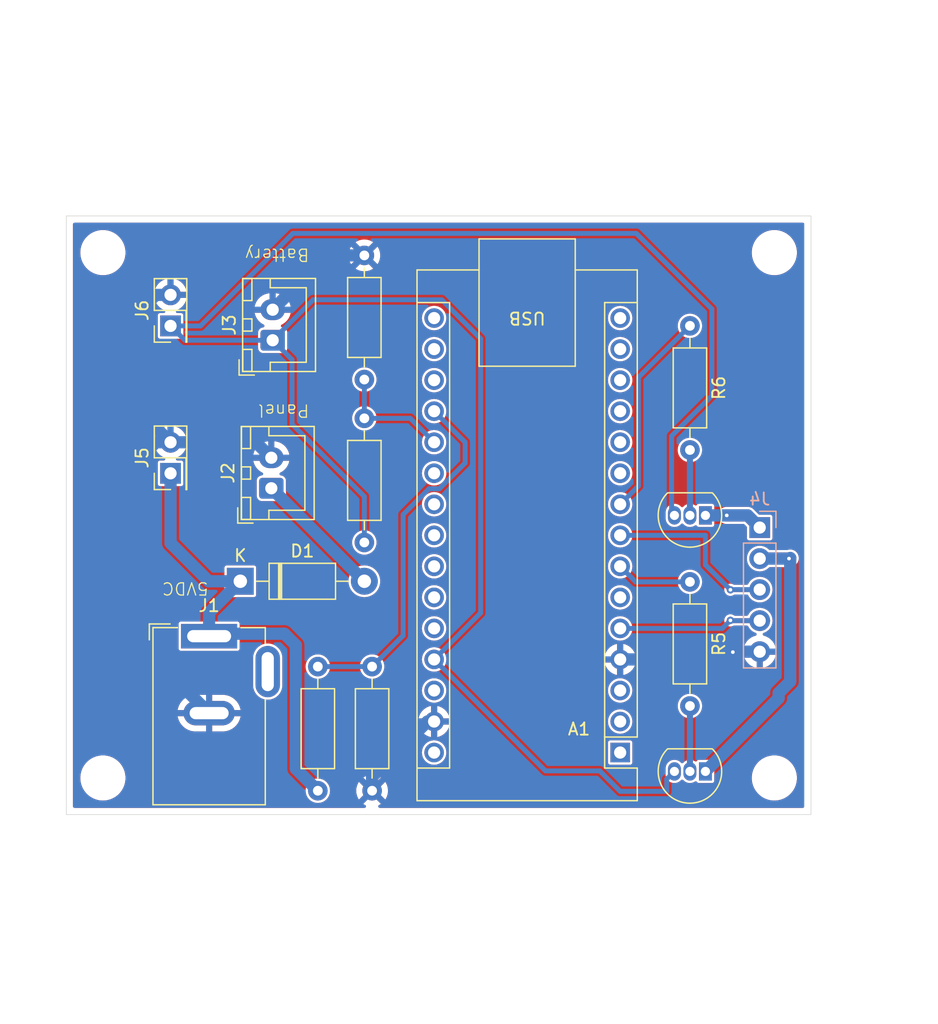
<source format=kicad_pcb>
(kicad_pcb (version 20240108) (generator "pcbnew") (generator_version "8.0")
  (layers (0 "F.Cu" signal) (31 "B.Cu" signal) (34 "B.Paste" user) (35 "F.Paste" user) (36 "B.SilkS" user "B.Silkscreen") (37 "F.SilkS" user "F.Silkscreen") (38 "B.Mask" user) (39 "F.Mask" user) (44 "Edge.Cuts" user))
  (net 0 "")
  (net 1 "+BATT")
  (net 3 "-BATT")
  (net 7 "/CHARGING_PIN")
  (net 11 "/CHARGING_LED_PIN")
  (net 17 "/BAT_PIN")
  (net 19 "/HIGH_LED_PIN")
  (net 23 "/BUTTON_PIN")
  (net 25 "/LOW_LED_PIN")
  (net 30 "+VDC")
  (net 31 "/SOLAR_IN")
  (net 32 "/HIGH_LED_OUT+")
  (net 33 "/LOW_LED_OUT")
  (net 34 "Net-(Q1-B)")
  (net 35 "Net-(Q2-B)")
  (footprint "Connector_PinHeader_2.54mm:PinHeader_2x01_P2.54mm_Vertical" (layer "F.Cu") (at 135.285 79.46 90)
    (property "Reference" "J5" (at 1.27 -2.33 90) (layer "F.SilkS"))
    (property "Value" "Conn_01x02")
    (fp_line (start 3.87 -1.33) (end 3.87 1.33) (stroke (width 0.12)) (layer "F.SilkS"))
    (fp_line (start 1.27 -1.33) (end 3.87 -1.33) (stroke (width 0.12)) (layer "F.SilkS"))
    (fp_line (start -1.33 -1.33) (end 0 -1.33) (stroke (width 0.12)) (layer "F.SilkS"))
    (fp_line (start -1.33 0) (end -1.33 -1.33) (stroke (width 0.12)) (layer "F.SilkS"))
    (fp_line (start 1.27 1.27) (end 1.27 -1.33) (stroke (width 0.12)) (layer "F.SilkS"))
    (fp_line (start -1.33 1.27) (end 1.27 1.27) (stroke (width 0.12)) (layer "F.SilkS"))
    (fp_line (start -1.33 1.27) (end -1.33 1.33) (stroke (width 0.12)) (layer "F.SilkS"))
    (fp_line (start -1.33 1.33) (end 3.87 1.33) (stroke (width 0.12)) (layer "F.SilkS"))
    (pad "1" thru_hole rect (at 0 0 90) (size 1.7 1.7) (drill 1) (layers "*.Cu" "*.Mask") (net 30 "+VDC"))
    (pad "2" thru_hole oval (at 2.54 0 90) (size 1.7 1.7) (drill 1) (layers "*.Cu" "*.Mask") (net 3 "-BATT"))
  )
  (footprint "Connector_PinHeader_2.54mm:PinHeader_2x01_P2.54mm_Vertical" (layer "F.Cu") (at 135.285 67.395 90)
    (property "Reference" "J6" (at 1.27 -2.33 90) (layer "F.SilkS"))
    (property "Value" "Conn_01x02")
    (fp_line (start 3.87 -1.33) (end 3.87 1.33) (stroke (width 0.12)) (layer "F.SilkS"))
    (fp_line (start 1.27 -1.33) (end 3.87 -1.33) (stroke (width 0.12)) (layer "F.SilkS"))
    (fp_line (start -1.33 -1.33) (end 0 -1.33) (stroke (width 0.12)) (layer "F.SilkS"))
    (fp_line (start -1.33 0) (end -1.33 -1.33) (stroke (width 0.12)) (layer "F.SilkS"))
    (fp_line (start 1.27 1.27) (end 1.27 -1.33) (stroke (width 0.12)) (layer "F.SilkS"))
    (fp_line (start -1.33 1.27) (end 1.27 1.27) (stroke (width 0.12)) (layer "F.SilkS"))
    (fp_line (start -1.33 1.27) (end -1.33 1.33) (stroke (width 0.12)) (layer "F.SilkS"))
    (fp_line (start -1.33 1.33) (end 3.87 1.33) (stroke (width 0.12)) (layer "F.SilkS"))
    (pad "1" thru_hole rect (at 0 0 90) (size 1.7 1.7) (drill 1) (layers "*.Cu" "*.Mask") (net 1 "+BATT"))
    (pad "2" thru_hole oval (at 2.54 0 90) (size 1.7 1.7) (drill 1) (layers "*.Cu" "*.Mask") (net 3 "-BATT"))
  )
  (footprint "Resistor_THT:R_Axial_DIN0207_L6.3mm_D2.5mm_P10.16mm_Horizontal" (layer "F.Cu") (at 147.35 105.44 90)
    (property "Reference" "R1" (hide yes))
    (property "Value" "50k")
    (fp_line (start 8.35 -1.37) (end 1.81 -1.37) (stroke (width 0.12)) (layer "F.SilkS"))
    (fp_line (start 1.81 -1.37) (end 1.81 1.37) (stroke (width 0.12)) (layer "F.SilkS"))
    (fp_line (start 9.12 0) (end 8.35 0) (stroke (width 0.12)) (layer "F.SilkS"))
    (fp_line (start 1.04 0) (end 1.81 0) (stroke (width 0.12)) (layer "F.SilkS"))
    (fp_line (start 8.35 1.37) (end 8.35 -1.37) (stroke (width 0.12)) (layer "F.SilkS"))
    (fp_line (start 1.81 1.37) (end 8.35 1.37) (stroke (width 0.12)) (layer "F.SilkS"))
    (pad "1" thru_hole circle (at 0 0 90) (size 1.6 1.6) (drill 0.8) (layers "*.Cu" "*.Mask") (net 30 "+VDC"))
    (pad "2" thru_hole oval (at 10.16 0 90) (size 1.6 1.6) (drill 0.8) (layers "*.Cu" "*.Mask") (net 7 "/CHARGING_PIN"))
  )
  (footprint "Resistor_THT:R_Axial_DIN0207_L6.3mm_D2.5mm_P10.16mm_Horizontal" (layer "F.Cu") (at 151.16 61.625 -90)
    (property "Reference" "R4" (hide yes))
    (property "Value" "10k")
    (fp_line (start 1.81 1.37) (end 8.35 1.37) (stroke (width 0.12)) (layer "F.SilkS"))
    (fp_line (start 8.35 1.37) (end 8.35 -1.37) (stroke (width 0.12)) (layer "F.SilkS"))
    (fp_line (start 1.04 0) (end 1.81 0) (stroke (width 0.12)) (layer "F.SilkS"))
    (fp_line (start 9.12 0) (end 8.35 0) (stroke (width 0.12)) (layer "F.SilkS"))
    (fp_line (start 1.81 -1.37) (end 1.81 1.37) (stroke (width 0.12)) (layer "F.SilkS"))
    (fp_line (start 8.35 -1.37) (end 1.81 -1.37) (stroke (width 0.12)) (layer "F.SilkS"))
    (pad "1" thru_hole circle (at 0 0 270) (size 1.6 1.6) (drill 0.8) (layers "*.Cu" "*.Mask") (net 3 "-BATT"))
    (pad "2" thru_hole oval (at 10.16 0 270) (size 1.6 1.6) (drill 0.8) (layers "*.Cu" "*.Mask") (net 17 "/BAT_PIN"))
  )
  (footprint "Resistor_THT:R_Axial_DIN0207_L6.3mm_D2.5mm_P10.16mm_Horizontal" (layer "F.Cu") (at 151.795 105.44 90)
    (property "Reference" "R2" (hide yes))
    (property "Value" "10k")
    (fp_line (start 8.35 -1.37) (end 1.81 -1.37) (stroke (width 0.12)) (layer "F.SilkS"))
    (fp_line (start 1.81 -1.37) (end 1.81 1.37) (stroke (width 0.12)) (layer "F.SilkS"))
    (fp_line (start 9.12 0) (end 8.35 0) (stroke (width 0.12)) (layer "F.SilkS"))
    (fp_line (start 1.04 0) (end 1.81 0) (stroke (width 0.12)) (layer "F.SilkS"))
    (fp_line (start 8.35 1.37) (end 8.35 -1.37) (stroke (width 0.12)) (layer "F.SilkS"))
    (fp_line (start 1.81 1.37) (end 8.35 1.37) (stroke (width 0.12)) (layer "F.SilkS"))
    (pad "1" thru_hole circle (at 0 0 90) (size 1.6 1.6) (drill 0.8) (layers "*.Cu" "*.Mask") (net 3 "-BATT"))
    (pad "2" thru_hole oval (at 10.16 0 90) (size 1.6 1.6) (drill 0.8) (layers "*.Cu" "*.Mask") (net 7 "/CHARGING_PIN"))
  )
  (footprint "MountingHole:MountingHole_3.2mm_M3_ISO14580" (layer "F.Cu") (at 129.745 104.395 90)
    (property "Reference" "REF**" (hide yes))
    (property "Value" "MountingHole_3.2mm_M3_ISO14580")
    (pad "" np_thru_hole circle (at 0 0 90) (size 3.2 3.2) (drill 3.2) (layers "*.Cu" "*.Mask"))
  )
  (footprint "Module:Arduino_Nano" (layer "F.Cu") (at 172.115 102.315 180)
    (property "Reference" "A1" (at 3.37 1.92 0) (layer "F.SilkS"))
    (property "Value" "Arduino_Nano_v3.x")
    (fp_line (start 16.64 39.5) (end 16.64 -3.94) (stroke (width 0.12)) (layer "F.SilkS"))
    (fp_line (start 16.64 39.5) (end 11.56 39.5) (stroke (width 0.12)) (layer "F.SilkS"))
    (fp_line (start 16.64 -3.94) (end -1.4 -3.94) (stroke (width 0.12)) (layer "F.SilkS"))
    (fp_line (start 13.97 36.83) (end 16.64 36.83) (stroke (width 0.12)) (layer "F.SilkS"))
    (fp_line (start 13.97 -1.27) (end 16.64 -1.27) (stroke (width 0.12)) (layer "F.SilkS"))
    (fp_line (start 13.97 -1.27) (end 13.97 36.83) (stroke (width 0.12)) (layer "F.SilkS"))
    (fp_line (start 11.56 42.04) (end 3.68 42.04) (stroke (width 0.12)) (layer "F.SilkS"))
    (fp_line (start 11.56 31.62) (end 11.56 42.04) (stroke (width 0.12)) (layer "F.SilkS"))
    (fp_line (start 3.68 42.04) (end 3.68 31.62) (stroke (width 0.12)) (layer "F.SilkS"))
    (fp_line (start 3.68 31.62) (end 11.56 31.62) (stroke (width 0.12)) (layer "F.SilkS"))
    (fp_line (start 1.27 36.83) (end -1.4 36.83) (stroke (width 0.12)) (layer "F.SilkS"))
    (fp_line (start 1.27 1.27) (end 1.27 36.83) (stroke (width 0.12)) (layer "F.SilkS"))
    (fp_line (start 1.27 1.27) (end 1.27 -1.27) (stroke (width 0.12)) (layer "F.SilkS"))
    (fp_line (start 1.27 1.27) (end -1.4 1.27) (stroke (width 0.12)) (layer "F.SilkS"))
    (fp_line (start 1.27 -1.27) (end -1.4 -1.27) (stroke (width 0.12)) (layer "F.SilkS"))
    (fp_line (start -1.4 39.5) (end 3.68 39.5) (stroke (width 0.12)) (layer "F.SilkS"))
    (fp_line (start -1.4 1.27) (end -1.4 39.5) (stroke (width 0.12)) (layer "F.SilkS"))
    (fp_line (start -1.4 -3.94) (end -1.4 -1.27) (stroke (width 0.12)) (layer "F.SilkS"))
    (fp_text user "USB" (at 7.62 35.56 180) (layer "F.SilkS"))
    (pad "1" thru_hole rect (at 0 0 180) (size 1.6 1.6) (drill 1) (layers "*.Cu" "*.Mask"))
    (pad "2" thru_hole oval (at 0 2.54 180) (size 1.6 1.6) (drill 1) (layers "*.Cu" "*.Mask"))
    (pad "3" thru_hole oval (at 0 5.08 180) (size 1.6 1.6) (drill 1) (layers "*.Cu" "*.Mask"))
    (pad "4" thru_hole oval (at 0 7.62 180) (size 1.6 1.6) (drill 1) (layers "*.Cu" "*.Mask") (net 3 "-BATT"))
    (pad "5" thru_hole oval (at 0 10.16 180) (size 1.6 1.6) (drill 1) (layers "*.Cu" "*.Mask") (net 23 "/BUTTON_PIN"))
    (pad "6" thru_hole oval (at 0 12.7 180) (size 1.6 1.6) (drill 1) (layers "*.Cu" "*.Mask"))
    (pad "7" thru_hole oval (at 0 15.24 180) (size 1.6 1.6) (drill 1) (layers "*.Cu" "*.Mask") (net 25 "/LOW_LED_PIN"))
    (pad "8" thru_hole oval (at 0 17.78 180) (size 1.6 1.6) (drill 1) (layers "*.Cu" "*.Mask") (net 11 "/CHARGING_LED_PIN"))
    (pad "9" thru_hole oval (at 0 20.32 180) (size 1.6 1.6) (drill 1) (layers "*.Cu" "*.Mask") (net 19 "/HIGH_LED_PIN"))
    (pad "10" thru_hole oval (at 0 22.86 180) (size 1.6 1.6) (drill 1) (layers "*.Cu" "*.Mask"))
    (pad "11" thru_hole oval (at 0 25.4 180) (size 1.6 1.6) (drill 1) (layers "*.Cu" "*.Mask"))
    (pad "12" thru_hole oval (at 0 27.94 180) (size 1.6 1.6) (drill 1) (layers "*.Cu" "*.Mask"))
    (pad "13" thru_hole oval (at 0 30.48 180) (size 1.6 1.6) (drill 1) (layers "*.Cu" "*.Mask"))
    (pad "14" thru_hole oval (at 0 33.02 180) (size 1.6 1.6) (drill 1) (layers "*.Cu" "*.Mask"))
    (pad "15" thru_hole oval (at 0 35.56 180) (size 1.6 1.6) (drill 1) (layers "*.Cu" "*.Mask"))
    (pad "16" thru_hole oval (at 15.24 35.56 180) (size 1.6 1.6) (drill 1) (layers "*.Cu" "*.Mask"))
    (pad "17" thru_hole oval (at 15.24 33.02 180) (size 1.6 1.6) (drill 1) (layers "*.Cu" "*.Mask"))
    (pad "18" thru_hole oval (at 15.24 30.48 180) (size 1.6 1.6) (drill 1) (layers "*.Cu" "*.Mask"))
    (pad "19" thru_hole oval (at 15.24 27.94 180) (size 1.6 1.6) (drill 1) (layers "*.Cu" "*.Mask") (net 7 "/CHARGING_PIN"))
    (pad "20" thru_hole oval (at 15.24 25.4 180) (size 1.6 1.6) (drill 1) (layers "*.Cu" "*.Mask") (net 17 "/BAT_PIN"))
    (pad "21" thru_hole oval (at 15.24 22.86 180) (size 1.6 1.6) (drill 1) (layers "*.Cu" "*.Mask"))
    (pad "22" thru_hole oval (at 15.24 20.32 180) (size 1.6 1.6) (drill 1) (layers "*.Cu" "*.Mask"))
    (pad "23" thru_hole oval (at 15.24 17.78 180) (size 1.6 1.6) (drill 1) (layers "*.Cu" "*.Mask"))
    (pad "24" thru_hole oval (at 15.24 15.24 180) (size 1.6 1.6) (drill 1) (layers "*.Cu" "*.Mask"))
    (pad "25" thru_hole oval (at 15.24 12.7 180) (size 1.6 1.6) (drill 1) (layers "*.Cu" "*.Mask"))
    (pad "26" thru_hole oval (at 15.24 10.16 180) (size 1.6 1.6) (drill 1) (layers "*.Cu" "*.Mask"))
    (pad "27" thru_hole oval (at 15.24 7.62 180) (size 1.6 1.6) (drill 1) (layers "*.Cu" "*.Mask") (net 1 "+BATT"))
    (pad "28" thru_hole oval (at 15.24 5.08 180) (size 1.6 1.6) (drill 1) (layers "*.Cu" "*.Mask"))
    (pad "29" thru_hole oval (at 15.24 2.54 180) (size 1.6 1.6) (drill 1) (layers "*.Cu" "*.Mask") (net 3 "-BATT"))
    (pad "30" thru_hole oval (at 15.24 0 180) (size 1.6 1.6) (drill 1) (layers "*.Cu" "*.Mask"))
  )
  (footprint "MountingHole:MountingHole_3.2mm_M3_ISO14580" (layer "F.Cu") (at 184.745 61.395 90)
    (property "Reference" "REF**" (hide yes))
    (property "Value" "MountingHole_3.2mm_M3_ISO14580")
    (pad "" np_thru_hole circle (at 0 0 90) (size 3.2 3.2) (drill 3.2) (layers "*.Cu" "*.Mask"))
  )
  (footprint "Resistor_THT:R_Axial_DIN0207_L6.3mm_D2.5mm_P10.16mm_Horizontal" (layer "F.Cu") (at 177.83 67.39 -90)
    (property "Reference" "R6" (at 5.08 -2.37 90) (layer "F.SilkS"))
    (property "Value" "10k")
    (fp_line (start 1.81 1.37) (end 8.35 1.37) (stroke (width 0.12)) (layer "F.SilkS"))
    (fp_line (start 8.35 1.37) (end 8.35 -1.37) (stroke (width 0.12)) (layer "F.SilkS"))
    (fp_line (start 1.04 0) (end 1.81 0) (stroke (width 0.12)) (layer "F.SilkS"))
    (fp_line (start 9.12 0) (end 8.35 0) (stroke (width 0.12)) (layer "F.SilkS"))
    (fp_line (start 1.81 -1.37) (end 1.81 1.37) (stroke (width 0.12)) (layer "F.SilkS"))
    (fp_line (start 8.35 -1.37) (end 1.81 -1.37) (stroke (width 0.12)) (layer "F.SilkS"))
    (pad "1" thru_hole circle (at 0 0 270) (size 1.6 1.6) (drill 0.8) (layers "*.Cu" "*.Mask") (net 19 "/HIGH_LED_PIN"))
    (pad "2" thru_hole oval (at 10.16 0 270) (size 1.6 1.6) (drill 0.8) (layers "*.Cu" "*.Mask") (net 35 "Net-(Q2-B)"))
  )
  (footprint "Connector_BarrelJack:BarrelJack_GCT_DCJ200-10-A_Horizontal" (layer "F.Cu") (at 138.445 92.79)
    (property "Reference" "J1" (at 0 -2.5 0) (layer "F.SilkS"))
    (property "Value" "Jack-DC")
    (fp_line (start -4.9 -1) (end -4.9 0.3) (stroke (width 0.12)) (layer "F.SilkS"))
    (fp_line (start -4.6 -0.7) (end -2.6 -0.7) (stroke (width 0.12)) (layer "F.SilkS"))
    (fp_line (start -4.6 13.8) (end -4.6 -0.7) (stroke (width 0.12)) (layer "F.SilkS"))
    (fp_line (start -3.2 -1) (end -4.9 -1) (stroke (width 0.12)) (layer "F.SilkS"))
    (fp_line (start 2.6 -0.7) (end 4.6 -0.7) (stroke (width 0.12)) (layer "F.SilkS"))
    (fp_line (start 4.6 -0.7) (end 4.6 0.6) (stroke (width 0.12)) (layer "F.SilkS"))
    (fp_line (start 4.6 5.2) (end 4.6 13.8) (stroke (width 0.12)) (layer "F.SilkS"))
    (fp_line (start 4.6 13.8) (end -4.6 13.8) (stroke (width 0.12)) (layer "F.SilkS"))
    (pad "1" thru_hole rect (at 0 0) (size 4.6 2) (drill oval 3.6 1) (layers "*.Cu" "*.Mask") (net 30 "+VDC"))
    (pad "2" thru_hole oval (at 0 6.3) (size 4.2 2) (drill oval 3.2 1) (layers "*.Cu" "*.Mask") (net 3 "-BATT"))
    (pad "3" thru_hole oval (at 4.8 2.9) (size 2 4.2) (drill oval 1 3.2) (layers "*.Cu" "*.Mask"))
  )
  (footprint "Package_TO_SOT_THT:TO-92_Inline" (layer "F.Cu") (at 179.1 82.905 180)
    (property "Reference" "Q2" (hide yes))
    (property "Value" "2N3904")
    (fp_line (start -0.53 1.85) (end 3.07 1.85) (stroke (width 0.12)) (layer "F.SilkS"))
    (fp_arc (start 1.27 -2.6) (mid 3.672087 -0.994977) (end 3.108478 1.838478) (stroke (width 0.12)) (layer "F.SilkS"))
    (fp_arc (start -0.568478 1.838478) (mid -1.132087 -0.994977) (end 1.27 -2.6) (stroke (width 0.12)) (layer "F.SilkS"))
    (pad "1" thru_hole rect (at 0 0 180) (size 1.05 1.5) (drill 0.75) (layers "*.Cu" "*.Mask") (net 33 "/LOW_LED_OUT"))
    (pad "2" thru_hole oval (at 1.27 0 180) (size 1.05 1.5) (drill 0.75) (layers "*.Cu" "*.Mask") (net 35 "Net-(Q2-B)"))
    (pad "3" thru_hole oval (at 2.54 0 180) (size 1.05 1.5) (drill 0.75) (layers "*.Cu" "*.Mask") (net 1 "+BATT"))
  )
  (footprint "MountingHole:MountingHole_3.2mm_M3_ISO14580" (layer "F.Cu") (at 184.745 104.395 90)
    (property "Reference" "REF**" (hide yes))
    (property "Value" "MountingHole_3.2mm_M3_ISO14580")
    (pad "" np_thru_hole circle (at 0 0 90) (size 3.2 3.2) (drill 3.2) (layers "*.Cu" "*.Mask"))
  )
  (footprint "Connector_JST:JST_XH_B2B-XH-A_1x02_P2.50mm_Vertical" (layer "F.Cu") (at 143.65 68.57 90)
    (property "Reference" "J3" (at 1.25 -3.55 90) (layer "F.SilkS"))
    (property "Value" "Conn_01x02_Pin" (hide yes))
    (fp_line (start -1.6 -2.75) (end -2.85 -2.75) (stroke (width 0.12)) (layer "F.SilkS"))
    (fp_line (start -2.85 -2.75) (end -2.85 -1.5) (stroke (width 0.12)) (layer "F.SilkS"))
    (fp_line (start 5.06 -2.46) (end -2.56 -2.46) (stroke (width 0.12)) (layer "F.SilkS"))
    (fp_line (start -2.56 -2.46) (end -2.56 3.51) (stroke (width 0.12)) (layer "F.SilkS"))
    (fp_line (start 5.05 -2.45) (end 3.25 -2.45) (stroke (width 0.12)) (layer "F.SilkS"))
    (fp_line (start 3.25 -2.45) (end 3.25 -1.7) (stroke (width 0.12)) (layer "F.SilkS"))
    (fp_line (start 1.75 -2.45) (end 0.75 -2.45) (stroke (width 0.12)) (layer "F.SilkS"))
    (fp_line (start 0.75 -2.45) (end 0.75 -1.7) (stroke (width 0.12)) (layer "F.SilkS"))
    (fp_line (start -0.75 -2.45) (end -2.55 -2.45) (stroke (width 0.12)) (layer "F.SilkS"))
    (fp_line (start -2.55 -2.45) (end -2.55 -1.7) (stroke (width 0.12)) (layer "F.SilkS"))
    (fp_line (start 5.05 -1.7) (end 5.05 -2.45) (stroke (width 0.12)) (layer "F.SilkS"))
    (fp_line (start 3.25 -1.7) (end 5.05 -1.7) (stroke (width 0.12)) (layer "F.SilkS"))
    (fp_line (start 1.75 -1.7) (end 1.75 -2.45) (stroke (width 0.12)) (layer "F.SilkS"))
    (fp_line (start 0.75 -1.7) (end 1.75 -1.7) (stroke (width 0.12)) (layer "F.SilkS"))
    (fp_line (start -0.75 -1.7) (end -0.75 -2.45) (stroke (width 0.12)) (layer "F.SilkS"))
    (fp_line (start -2.55 -1.7) (end -0.75 -1.7) (stroke (width 0.12)) (layer "F.SilkS"))
    (fp_line (start 5.05 -0.2) (end 4.3 -0.2) (stroke (width 0.12)) (layer "F.SilkS"))
    (fp_line (start 4.3 -0.2) (end 4.3 2.75) (stroke (width 0.12)) (layer "F.SilkS"))
    (fp_line (start -1.8 -0.2) (end -1.8 2.75) (stroke (width 0.12)) (layer "F.SilkS"))
    (fp_line (start -2.55 -0.2) (end -1.8 -0.2) (stroke (width 0.12)) (layer "F.SilkS"))
    (fp_line (start 4.3 2.75) (end 1.25 2.75) (stroke (width 0.12)) (layer "F.SilkS"))
    (fp_line (start -1.8 2.75) (end 1.25 2.75) (stroke (width 0.12)) (layer "F.SilkS"))
    (fp_line (start 5.06 3.51) (end 5.06 -2.46) (stroke (width 0.12)) (layer "F.SilkS"))
    (fp_line (start -2.56 3.51) (end 5.06 3.51) (stroke (width 0.12)) (layer "F.SilkS"))
    (pad "1" thru_hole roundrect (at 0 0 90) (size 1.7 2) (drill 1) (layers "*.Cu" "*.Mask") (roundrect_rratio 0.147059) (net 1 "+BATT"))
    (pad "2" thru_hole oval (at 2.5 0 90) (size 1.7 2) (drill 1) (layers "*.Cu" "*.Mask") (net 3 "-BATT"))
  )
  (footprint "Connector_JST:JST_XH_B2B-XH-A_1x02_P2.50mm_Vertical" (layer "F.Cu") (at 143.54 80.685 90)
    (property "Reference" "J2" (at 1.25 -3.55 90) (layer "F.SilkS"))
    (property "Value" "Conn_01x02_Pin" (hide yes))
    (fp_line (start -1.6 -2.75) (end -2.85 -2.75) (stroke (width 0.12)) (layer "F.SilkS"))
    (fp_line (start -2.85 -2.75) (end -2.85 -1.5) (stroke (width 0.12)) (layer "F.SilkS"))
    (fp_line (start 5.06 -2.46) (end -2.56 -2.46) (stroke (width 0.12)) (layer "F.SilkS"))
    (fp_line (start -2.56 -2.46) (end -2.56 3.51) (stroke (width 0.12)) (layer "F.SilkS"))
    (fp_line (start 5.05 -2.45) (end 3.25 -2.45) (stroke (width 0.12)) (layer "F.SilkS"))
    (fp_line (start 3.25 -2.45) (end 3.25 -1.7) (stroke (width 0.12)) (layer "F.SilkS"))
    (fp_line (start 1.75 -2.45) (end 0.75 -2.45) (stroke (width 0.12)) (layer "F.SilkS"))
    (fp_line (start 0.75 -2.45) (end 0.75 -1.7) (stroke (width 0.12)) (layer "F.SilkS"))
    (fp_line (start -0.75 -2.45) (end -2.55 -2.45) (stroke (width 0.12)) (layer "F.SilkS"))
    (fp_line (start -2.55 -2.45) (end -2.55 -1.7) (stroke (width 0.12)) (layer "F.SilkS"))
    (fp_line (start 5.05 -1.7) (end 5.05 -2.45) (stroke (width 0.12)) (layer "F.SilkS"))
    (fp_line (start 3.25 -1.7) (end 5.05 -1.7) (stroke (width 0.12)) (layer "F.SilkS"))
    (fp_line (start 1.75 -1.7) (end 1.75 -2.45) (stroke (width 0.12)) (layer "F.SilkS"))
    (fp_line (start 0.75 -1.7) (end 1.75 -1.7) (stroke (width 0.12)) (layer "F.SilkS"))
    (fp_line (start -0.75 -1.7) (end -0.75 -2.45) (stroke (width 0.12)) (layer "F.SilkS"))
    (fp_line (start -2.55 -1.7) (end -0.75 -1.7) (stroke (width 0.12)) (layer "F.SilkS"))
    (fp_line (start 5.05 -0.2) (end 4.3 -0.2) (stroke (width 0.12)) (layer "F.SilkS"))
    (fp_line (start 4.3 -0.2) (end 4.3 2.75) (stroke (width 0.12)) (layer "F.SilkS"))
    (fp_line (start -1.8 -0.2) (end -1.8 2.75) (stroke (width 0.12)) (layer "F.SilkS"))
    (fp_line (start -2.55 -0.2) (end -1.8 -0.2) (stroke (width 0.12)) (layer "F.SilkS"))
    (fp_line (start 4.3 2.75) (end 1.25 2.75) (stroke (width 0.12)) (layer "F.SilkS"))
    (fp_line (start -1.8 2.75) (end 1.25 2.75) (stroke (width 0.12)) (layer "F.SilkS"))
    (fp_line (start 5.06 3.51) (end 5.06 -2.46) (stroke (width 0.12)) (layer "F.SilkS"))
    (fp_line (start -2.56 3.51) (end 5.06 3.51) (stroke (width 0.12)) (layer "F.SilkS"))
    (pad "1" thru_hole roundrect (at 0 0 90) (size 1.7 2) (drill 1) (layers "*.Cu" "*.Mask") (roundrect_rratio 0.147059) (net 31 "/SOLAR_IN"))
    (pad "2" thru_hole oval (at 2.5 0 90) (size 1.7 2) (drill 1) (layers "*.Cu" "*.Mask") (net 3 "-BATT"))
  )
  (footprint "Resistor_THT:R_Axial_DIN0207_L6.3mm_D2.5mm_P10.16mm_Horizontal" (layer "F.Cu") (at 151.16 85.12 90)
    (property "Reference" "R3" (hide yes))
    (property "Value" "50k")
    (fp_line (start 8.35 -1.37) (end 1.81 -1.37) (stroke (width 0.12)) (layer "F.SilkS"))
    (fp_line (start 1.81 -1.37) (end 1.81 1.37) (stroke (width 0.12)) (layer "F.SilkS"))
    (fp_line (start 9.12 0) (end 8.35 0) (stroke (width 0.12)) (layer "F.SilkS"))
    (fp_line (start 1.04 0) (end 1.81 0) (stroke (width 0.12)) (layer "F.SilkS"))
    (fp_line (start 8.35 1.37) (end 8.35 -1.37) (stroke (width 0.12)) (layer "F.SilkS"))
    (fp_line (start 1.81 1.37) (end 8.35 1.37) (stroke (width 0.12)) (layer "F.SilkS"))
    (pad "1" thru_hole circle (at 0 0 90) (size 1.6 1.6) (drill 0.8) (layers "*.Cu" "*.Mask") (net 1 "+BATT"))
    (pad "2" thru_hole oval (at 10.16 0 90) (size 1.6 1.6) (drill 0.8) (layers "*.Cu" "*.Mask") (net 17 "/BAT_PIN"))
  )
  (footprint "Diode_THT:D_DO-41_SOD81_P10.16mm_Horizontal" (layer "F.Cu") (at 141 88.295)
    (property "Reference" "D1" (at 5.08 -2.47 0) (layer "F.SilkS"))
    (property "Value" "1N4007")
    (fp_line (start 1.34 0) (end 2.36 0) (stroke (width 0.12)) (layer "F.SilkS"))
    (fp_line (start 2.36 -1.47) (end 2.36 1.47) (stroke (width 0.12)) (layer "F.SilkS"))
    (fp_line (start 2.36 1.47) (end 7.8 1.47) (stroke (width 0.12)) (layer "F.SilkS"))
    (fp_line (start 3.14 -1.47) (end 3.14 1.47) (stroke (width 0.12)) (layer "F.SilkS"))
    (fp_line (start 3.26 -1.47) (end 3.26 1.47) (stroke (width 0.12)) (layer "F.SilkS"))
    (fp_line (start 3.38 -1.47) (end 3.38 1.47) (stroke (width 0.12)) (layer "F.SilkS"))
    (fp_line (start 7.8 -1.47) (end 2.36 -1.47) (stroke (width 0.12)) (layer "F.SilkS"))
    (fp_line (start 7.8 1.47) (end 7.8 -1.47) (stroke (width 0.12)) (layer "F.SilkS"))
    (fp_line (start 8.82 0) (end 7.8 0) (stroke (width 0.12)) (layer "F.SilkS"))
    (fp_text user "K" (at 0 -2.1 0) (layer "F.SilkS"))
    (pad "1" thru_hole rect (at 0 0) (size 2.2 2.2) (drill 1.1) (layers "*.Cu" "*.Mask") (net 30 "+VDC"))
    (pad "2" thru_hole oval (at 10.16 0) (size 2.2 2.2) (drill 1.1) (layers "*.Cu" "*.Mask") (net 31 "/SOLAR_IN"))
  )
  (footprint "Resistor_THT:R_Axial_DIN0207_L6.3mm_D2.5mm_P10.16mm_Horizontal" (layer "F.Cu") (at 177.83 88.345 -90)
    (property "Reference" "R5" (at 5.08 -2.37 90) (layer "F.SilkS"))
    (property "Value" "10k")
    (fp_line (start 1.81 1.37) (end 8.35 1.37) (stroke (width 0.12)) (layer "F.SilkS"))
    (fp_line (start 8.35 1.37) (end 8.35 -1.37) (stroke (width 0.12)) (layer "F.SilkS"))
    (fp_line (start 1.04 0) (end 1.81 0) (stroke (width 0.12)) (layer "F.SilkS"))
    (fp_line (start 9.12 0) (end 8.35 0) (stroke (width 0.12)) (layer "F.SilkS"))
    (fp_line (start 1.81 -1.37) (end 1.81 1.37) (stroke (width 0.12)) (layer "F.SilkS"))
    (fp_line (start 8.35 -1.37) (end 1.81 -1.37) (stroke (width 0.12)) (layer "F.SilkS"))
    (pad "1" thru_hole circle (at 0 0 270) (size 1.6 1.6) (drill 0.8) (layers "*.Cu" "*.Mask") (net 25 "/LOW_LED_PIN"))
    (pad "2" thru_hole oval (at 10.16 0 270) (size 1.6 1.6) (drill 0.8) (layers "*.Cu" "*.Mask") (net 34 "Net-(Q1-B)"))
  )
  (footprint "Package_TO_SOT_THT:TO-92_Inline" (layer "F.Cu") (at 179.1 103.86 180)
    (property "Reference" "Q1" (hide yes))
    (property "Value" "2N3904")
    (fp_line (start -0.53 1.85) (end 3.07 1.85) (stroke (width 0.12)) (layer "F.SilkS"))
    (fp_arc (start 1.27 -2.6) (mid 3.672087 -0.994977) (end 3.108478 1.838478) (stroke (width 0.12)) (layer "F.SilkS"))
    (fp_arc (start -0.568478 1.838478) (mid -1.132087 -0.994977) (end 1.27 -2.6) (stroke (width 0.12)) (layer "F.SilkS"))
    (pad "1" thru_hole rect (at 0 0 180) (size 1.05 1.5) (drill 0.75) (layers "*.Cu" "*.Mask") (net 32 "/HIGH_LED_OUT+"))
    (pad "2" thru_hole oval (at 1.27 0 180) (size 1.05 1.5) (drill 0.75) (layers "*.Cu" "*.Mask") (net 34 "Net-(Q1-B)"))
    (pad "3" thru_hole oval (at 2.54 0 180) (size 1.05 1.5) (drill 0.75) (layers "*.Cu" "*.Mask") (net 1 "+BATT"))
  )
  (footprint "MountingHole:MountingHole_3.2mm_M3_ISO14580" (layer "F.Cu") (at 129.745 61.395 90)
    (property "Reference" "REF**" (hide yes))
    (property "Value" "MountingHole_3.2mm_M3_ISO14580")
    (pad "" np_thru_hole circle (at 0 0 90) (size 3.2 3.2) (drill 3.2) (layers "*.Cu" "*.Mask"))
  )
  (footprint "Connector_PinHeader_2.54mm:PinHeader_1x05_P2.54mm_Vertical" (layer "B.Cu") (at 183.545 83.9 180)
    (property "Reference" "J4" (at 0 2.33 0) (layer "B.SilkS") (effects (justify mirror)))
    (property "Value" "Conn_01x05_Pin")
    (fp_line (start 1.33 -1.27) (end -1.33 -1.27) (stroke (width 0.12)) (layer "B.SilkS"))
    (fp_line (start 1.33 -11.49) (end 1.33 -1.27) (stroke (width 0.12)) (layer "B.SilkS"))
    (fp_line (start 1.33 -11.49) (end -1.33 -11.49) (stroke (width 0.12)) (layer "B.SilkS"))
    (fp_line (start 0 1.33) (end -1.33 1.33) (stroke (width 0.12)) (layer "B.SilkS"))
    (fp_line (start -1.33 1.33) (end -1.33 0) (stroke (width 0.12)) (layer "B.SilkS"))
    (fp_line (start -1.33 -11.49) (end -1.33 -1.27) (stroke (width 0.12)) (layer "B.SilkS"))
    (pad "1" thru_hole rect (at 0 0 180) (size 1.7 1.7) (drill 1) (layers "*.Cu" "*.Mask") (net 33 "/LOW_LED_OUT"))
    (pad "2" thru_hole oval (at 0 -2.54 180) (size 1.7 1.7) (drill 1) (layers "*.Cu" "*.Mask") (net 32 "/HIGH_LED_OUT+"))
    (pad "3" thru_hole oval (at 0 -5.08 180) (size 1.7 1.7) (drill 1) (layers "*.Cu" "*.Mask") (net 11 "/CHARGING_LED_PIN"))
    (pad "4" thru_hole oval (at 0 -7.62 180) (size 1.7 1.7) (drill 1) (layers "*.Cu" "*.Mask") (net 23 "/BUTTON_PIN"))
    (pad "5" thru_hole oval (at 0 -10.16 180) (size 1.7 1.7) (drill 1) (layers "*.Cu" "*.Mask") (net 3 "-BATT"))
  )
  (gr_rect (start 126.745 58.395) (end 187.745 107.395) (stroke (width 0.05)) (fill none) (layer "Edge.Cuts"))
  (gr_text "Panel" (at 146.715 73.74 180) (layer "F.SilkS") (effects (font (size 1 1) (thickness 0.1)) (justify left bottom)))
  (gr_text "Battery" (at 146.715 60.99 180) (layer "F.SilkS") (effects (font (size 1 1) (thickness 0.1)) (justify left bottom)))
  (gr_text "5VDC\n" (at 138.46 88.295 180) (layer "F.SilkS") (effects (font (size 1 1) (thickness 0.1)) (justify left bottom)))
  (segment (start 156.875 94.695) (end 165.995 103.815) (width 0.4) (layer "B.Cu") (net 1))
  (segment (start 172.115 105.49) (end 175.925 105.49) (width 0.4) (layer "B.Cu") (net 1))
  (segment (start 145.305 59.825) (end 173.44 59.825) (width 0.4) (layer "B.Cu") (net 1))
  (segment (start 135.285 67.395) (end 136.46 68.57) (width 0.4) (layer "B.Cu") (net 1))
  (segment (start 160.685 90.885) (end 156.875 94.695) (width 0.4) (layer "B.Cu") (net 1))
  (segment (start 143.65 68.57) (end 146.965 65.255) (width 0.4) (layer "B.Cu") (net 1))
  (segment (start 175.925 105.49) (end 175.925 104.495) (width 0.4) (layer "B.Cu") (net 1))
  (segment (start 145.24 70.16) (end 145.24 75.44) (width 0.4) (layer "B.Cu") (net 1))
  (segment (start 146.965 65.255) (end 157.496321 65.255) (width 0.4) (layer "B.Cu") (net 1))
  (segment (start 135.285 67.395) (end 137.735 67.395) (width 0.4) (layer "B.Cu") (net 1))
  (segment (start 179.63 73.105) (end 176.33 76.405) (width 0.4) (layer "B.Cu") (net 1))
  (segment (start 137.735 67.395) (end 145.305 59.825) (width 0.4) (layer "B.Cu") (net 1))
  (segment (start 173.44 59.825) (end 179.63 66.015) (width 0.4) (layer "B.Cu") (net 1))
  (segment (start 179.63 66.015) (end 179.63 73.105) (width 0.4) (layer "B.Cu") (net 1))
  (segment (start 176.33 82.675) (end 176.56 82.905) (width 0.4) (layer "B.Cu") (net 1))
  (segment (start 165.995 103.815) (end 170.44 103.815) (width 0.4) (layer "B.Cu") (net 1))
  (segment (start 176.33 76.405) (end 176.33 82.675) (width 0.4) (layer "B.Cu") (net 1))
  (segment (start 145.24 75.44) (end 151.16 81.36) (width 0.4) (layer "B.Cu") (net 1))
  (segment (start 136.46 68.57) (end 143.65 68.57) (width 0.4) (layer "B.Cu") (net 1))
  (segment (start 143.65 68.57) (end 145.24 70.16) (width 0.4) (layer "B.Cu") (net 1))
  (segment (start 151.16 81.36) (end 151.16 85.12) (width 0.4) (layer "B.Cu") (net 1))
  (segment (start 175.925 104.495) (end 176.56 103.86) (width 0.4) (layer "B.Cu") (net 1))
  (segment (start 160.685 68.443679) (end 160.685 90.885) (width 0.4) (layer "B.Cu") (net 1))
  (segment (start 170.44 103.815) (end 172.115 105.49) (width 0.4) (layer "B.Cu") (net 1))
  (segment (start 157.496321 65.255) (end 160.685 68.443679) (width 0.4) (layer "B.Cu") (net 1))
  (via (at 181.345 94.095) (size 0.6) (drill 0.3) (layers "F.Cu" "B.Cu") (net 3))
  (segment (start 135.285 76.92) (end 142.275 76.92) (width 1) (layer "B.Cu") (net 3))
  (segment (start 134.082919 76.92) (end 135.285 76.92) (width 1) (layer "B.Cu") (net 3))
  (segment (start 135.285 64.855) (end 134.082919 64.855) (width 1) (layer "B.Cu") (net 3))
  (segment (start 156.32863 99.775) (end 156.875 99.775) (width 1) (layer "B.Cu") (net 3))
  (segment (start 180.745 94.695) (end 181.345 94.095) (width 1) (layer "B.Cu") (net 3))
  (segment (start 148.095 61.625) (end 143.65 66.07) (width 1) (layer "B.Cu") (net 3))
  (segment (start 138.445 99.09) (end 133.145 93.79) (width 1) (layer "B.Cu") (net 3))
  (segment (start 133.145 93.79) (end 133.145 77.857919) (width 1) (layer "B.Cu") (net 3))
  (segment (start 142.275 76.92) (end 143.54 78.185) (width 1) (layer "B.Cu") (net 3))
  (segment (start 151.795 104.30863) (end 156.32863 99.775) (width 1) (layer "B.Cu") (net 3))
  (segment (start 172.115 94.695) (end 180.745 94.695) (width 1) (layer "B.Cu") (net 3))
  (segment (start 151.795 105.44) (end 151.795 104.30863) (width 1) (layer "B.Cu") (net 3))
  (segment (start 181.38 94.06) (end 181.345 94.095) (width 1) (layer "B.Cu") (net 3))
  (segment (start 172.115 94.695) (end 172.75 94.695) (width 1) (layer "B.Cu") (net 3))
  (segment (start 133.145 77.857919) (end 134.082919 76.92) (width 1) (layer "B.Cu") (net 3))
  (segment (start 133.145 74.78) (end 135.285 76.92) (width 1) (layer "B.Cu") (net 3))
  (segment (start 151.16 61.625) (end 148.095 61.625) (width 1) (layer "B.Cu") (net 3))
  (segment (start 133.145 65.792919) (end 133.145 74.78) (width 1) (layer "B.Cu") (net 3))
  (segment (start 183.545 94.06) (end 181.38 94.06) (width 1) (layer "B.Cu") (net 3))
  (segment (start 134.082919 64.855) (end 133.145 65.792919) (width 1) (layer "B.Cu") (net 3))
  (segment (start 154.335 82.837943) (end 156.447943 80.725) (width 0.4) (layer "B.Cu") (net 7))
  (segment (start 159.415 76.915) (end 156.875 74.375) (width 0.4) (layer "B.Cu") (net 7))
  (segment (start 159.415 78.612057) (end 159.415 76.915) (width 0.4) (layer "B.Cu") (net 7))
  (segment (start 156.447943 80.725) (end 157.302057 80.725) (width 0.4) (layer "B.Cu") (net 7))
  (segment (start 147.35 95.28) (end 151.795 95.28) (width 0.4) (layer "B.Cu") (net 7))
  (segment (start 154.335 92.74) (end 154.335 82.837943) (width 0.4) (layer "B.Cu") (net 7))
  (segment (start 157.302057 80.725) (end 159.415 78.612057) (width 0.4) (layer "B.Cu") (net 7))
  (segment (start 151.795 95.28) (end 154.335 92.74) (width 0.4) (layer "B.Cu") (net 7))
  (segment (start 181.06 88.98) (end 181.045 88.995) (width 0.4) (layer "F.Cu") (net 11))
  (segment (start 183.545 88.98) (end 181.06 88.98) (width 0.4) (layer "F.Cu") (net 11))
  (via (at 181.145 88.995) (size 0.6) (drill 0.3) (layers "F.Cu" "B.Cu") (net 11))
  (segment (start 179.1 84.535) (end 179.1 86.95) (width 0.4) (layer "B.Cu") (net 11))
  (segment (start 179.1 86.95) (end 181.145 88.995) (width 0.4) (layer "B.Cu") (net 11))
  (segment (start 172.115 84.535) (end 179.1 84.535) (width 0.4) (layer "B.Cu") (net 11))
  (segment (start 181.16 88.98) (end 181.145 88.995) (width 0.4) (layer "B.Cu") (net 11))
  (segment (start 183.545 88.98) (end 181.16 88.98) (width 0.4) (layer "B.Cu") (net 11))
  (segment (start 151.16 74.96) (end 151.16 71.785) (width 0.4) (layer "B.Cu") (net 17))
  (segment (start 154.92 74.96) (end 156.875 76.915) (width 0.4) (layer "B.Cu") (net 17))
  (segment (start 151.16 74.96) (end 154.92 74.96) (width 0.4) (layer "B.Cu") (net 17))
  (segment (start 173.615 71.605) (end 173.615 80.495) (width 0.4) (layer "B.Cu") (net 19))
  (segment (start 173.615 80.495) (end 172.115 81.995) (width 0.4) (layer "B.Cu") (net 19))
  (segment (start 177.83 67.39) (end 173.615 71.605) (width 0.4) (layer "B.Cu") (net 19))
  (segment (start 181.07 91.52) (end 181.045 91.495) (width 0.4) (layer "F.Cu") (net 23))
  (segment (start 183.545 91.52) (end 181.07 91.52) (width 0.4) (layer "F.Cu") (net 23))
  (via (at 181.145 91.495) (size 0.6) (drill 0.3) (layers "F.Cu" "B.Cu") (net 23))
  (segment (start 172.115 92.155) (end 180.485 92.155) (width 0.4) (layer "B.Cu") (net 23))
  (segment (start 183.545 91.52) (end 181.17 91.52) (width 0.4) (layer "B.Cu") (net 23))
  (segment (start 180.485 92.155) (end 181.145 91.495) (width 0.4) (layer "B.Cu") (net 23))
  (segment (start 181.17 91.52) (end 181.145 91.495) (width 0.4) (layer "B.Cu") (net 23))
  (segment (start 177.83 88.345) (end 173.385 88.345) (width 0.4) (layer "B.Cu") (net 25))
  (segment (start 173.385 88.345) (end 172.115 87.075) (width 0.4) (layer "B.Cu") (net 25))
  (segment (start 145.55 93.53) (end 144.61 92.59) (width 1) (layer "B.Cu") (net 30))
  (segment (start 144.61 92.59) (end 138.645 92.59) (width 1) (layer "B.Cu") (net 30))
  (segment (start 145.55 103.64) (end 145.55 93.53) (width 1) (layer "B.Cu") (net 30))
  (segment (start 138.445 90.85) (end 141 88.295) (width 1) (layer "B.Cu") (net 30))
  (segment (start 147.35 105.44) (end 145.55 103.64) (width 1) (layer "B.Cu") (net 30))
  (segment (start 141 88.295) (end 138.41 88.295) (width 1) (layer "B.Cu") (net 30))
  (segment (start 135.285 85.17) (end 135.285 79.46) (width 1) (layer "B.Cu") (net 30))
  (segment (start 138.41 88.295) (end 135.285 85.17) (width 1) (layer "B.Cu") (net 30))
  (segment (start 138.645 92.59) (end 138.445 92.79) (width 1) (layer "B.Cu") (net 30))
  (segment (start 138.445 92.79) (end 138.445 90.85) (width 1) (layer "B.Cu") (net 30))
  (segment (start 143.54 80.685) (end 143.55 80.685) (width 1) (layer "B.Cu") (net 31))
  (segment (start 143.55 80.685) (end 151.16 88.295) (width 1) (layer "B.Cu") (net 31))
  (segment (start 185.945 86.44) (end 186 86.44) (width 1) (layer "F.Cu") (net 32))
  (segment (start 186 86.44) (end 186.045 86.395) (width 1) (layer "F.Cu") (net 32))
  (segment (start 183.545 86.44) (end 185.945 86.44) (width 1) (layer "F.Cu") (net 32))
  (via (at 185.945 86.44) (size 0.6) (drill 0.3) (layers "F.Cu" "B.Cu") (net 32))
  (segment (start 186.045 86.395) (end 186.045 96.495) (width 1) (layer "B.Cu") (net 32))
  (segment (start 186.045 96.495) (end 185.095 97.445) (width 1) (layer "B.Cu") (net 32))
  (segment (start 183.545 86.44) (end 186 86.44) (width 1) (layer "B.Cu") (net 32))
  (segment (start 186 86.44) (end 186.045 86.395) (width 1) (layer "B.Cu") (net 32))
  (segment (start 185.095 97.865) (end 179.1 103.86) (width 1) (layer "B.Cu") (net 32))
  (segment (start 185.095 97.445) (end 185.095 97.865) (width 1) (layer "B.Cu") (net 32))
  (segment (start 180.845 82.905) (end 182.55 82.905) (width 1) (layer "F.Cu") (net 33))
  (segment (start 182.55 82.905) (end 183.545 83.9) (width 1) (layer "F.Cu") (net 33))
  (via (at 180.845 82.905) (size 0.6) (drill 0.3) (layers "F.Cu" "B.Cu") (net 33))
  (segment (start 182.55 82.905) (end 183.545 83.9) (width 1) (layer "B.Cu") (net 33))
  (segment (start 179.1 82.905) (end 182.55 82.905) (width 1) (layer "B.Cu") (net 33))
  (segment (start 177.83 98.505) (end 177.83 103.86) (width 0.5) (layer "B.Cu") (net 34))
  (segment (start 177.83 77.55) (end 177.83 82.905) (width 0.5) (layer "B.Cu") (net 35))
  (zone (net 3) (net_name "-BATT") (layers "F&B.Cu") (connect_pads (clearance 0)) (min_thickness 0.25) (fill yes (thermal_gap 0.5) (thermal_bridge_width 0.5))
    (polygon (pts (xy 162.59 40.72) (xy 198.15 46.435) (xy 196.88 124.54) (xy 121.315 122) (xy 123.22 43.26)))
  )
)
</source>
